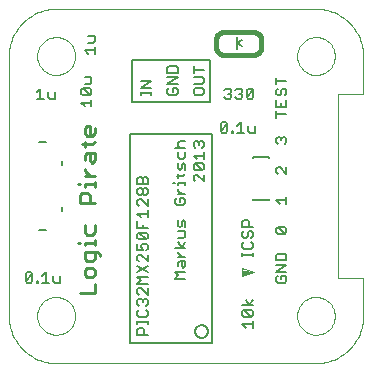
<source format=gto>
G75*
G70*
%OFA0B0*%
%FSLAX24Y24*%
%IPPOS*%
%LPD*%
%AMOC8*
5,1,8,0,0,1.08239X$1,22.5*
%
%ADD10C,0.0060*%
%ADD11C,0.0039*%
%ADD12C,0.0160*%
%ADD13C,0.0090*%
%ADD14C,0.0000*%
%ADD15C,0.0050*%
%ADD16C,0.0080*%
D10*
X009460Y011156D02*
X012187Y011156D01*
X012187Y018106D01*
X009460Y018106D01*
X009460Y011156D01*
X009703Y011406D02*
X009703Y011576D01*
X009760Y011633D01*
X009873Y011633D01*
X009930Y011576D01*
X009930Y011406D01*
X010044Y011406D02*
X009703Y011406D01*
X009703Y011775D02*
X009703Y011888D01*
X009703Y011831D02*
X010044Y011831D01*
X010044Y011775D02*
X010044Y011888D01*
X009987Y012020D02*
X009760Y012020D01*
X009703Y012077D01*
X009703Y012190D01*
X009760Y012247D01*
X009760Y012388D02*
X009703Y012445D01*
X009703Y012559D01*
X009760Y012615D01*
X009817Y012615D01*
X009873Y012559D01*
X009930Y012615D01*
X009987Y012615D01*
X010044Y012559D01*
X010044Y012445D01*
X009987Y012388D01*
X009987Y012247D02*
X010044Y012190D01*
X010044Y012077D01*
X009987Y012020D01*
X009873Y012502D02*
X009873Y012559D01*
X009760Y012757D02*
X009703Y012813D01*
X009703Y012927D01*
X009760Y012984D01*
X009817Y012984D01*
X010044Y012757D01*
X010044Y012984D01*
X010044Y013125D02*
X009703Y013125D01*
X009817Y013238D01*
X009703Y013352D01*
X010044Y013352D01*
X010044Y013493D02*
X009703Y013720D01*
X009760Y013862D02*
X009703Y013918D01*
X009703Y014032D01*
X009760Y014089D01*
X009817Y014089D01*
X010044Y013862D01*
X010044Y014089D01*
X009987Y014230D02*
X010044Y014287D01*
X010044Y014400D01*
X009987Y014457D01*
X009873Y014457D01*
X009817Y014400D01*
X009817Y014343D01*
X009873Y014230D01*
X009703Y014230D01*
X009703Y014457D01*
X009760Y014598D02*
X009703Y014655D01*
X009703Y014768D01*
X009760Y014825D01*
X009987Y014598D01*
X010044Y014655D01*
X010044Y014768D01*
X009987Y014825D01*
X009760Y014825D01*
X009703Y014967D02*
X009703Y015193D01*
X009817Y015335D02*
X009703Y015448D01*
X010044Y015448D01*
X010044Y015335D02*
X010044Y015562D01*
X010044Y015703D02*
X009817Y015930D01*
X009760Y015930D01*
X009703Y015873D01*
X009703Y015760D01*
X009760Y015703D01*
X010044Y015703D02*
X010044Y015930D01*
X009987Y016072D02*
X009930Y016072D01*
X009873Y016128D01*
X009873Y016242D01*
X009930Y016298D01*
X009987Y016298D01*
X010044Y016242D01*
X010044Y016128D01*
X009987Y016072D01*
X009873Y016128D02*
X009817Y016072D01*
X009760Y016072D01*
X009703Y016128D01*
X009703Y016242D01*
X009760Y016298D01*
X009817Y016298D01*
X009873Y016242D01*
X009873Y016440D02*
X009873Y016610D01*
X009930Y016667D01*
X009987Y016667D01*
X010044Y016610D01*
X010044Y016440D01*
X009703Y016440D01*
X009703Y016610D01*
X009760Y016667D01*
X009817Y016667D01*
X009873Y016610D01*
X010897Y016469D02*
X010953Y016469D01*
X011067Y016469D02*
X011294Y016469D01*
X011294Y016525D02*
X011294Y016412D01*
X011067Y016412D02*
X011067Y016469D01*
X011067Y016657D02*
X011067Y016771D01*
X011010Y016714D02*
X011237Y016714D01*
X011294Y016771D01*
X011294Y016903D02*
X011294Y017073D01*
X011237Y017130D01*
X011180Y017073D01*
X011180Y016960D01*
X011123Y016903D01*
X011067Y016960D01*
X011067Y017130D01*
X011123Y017271D02*
X011067Y017328D01*
X011067Y017498D01*
X011123Y017640D02*
X011067Y017696D01*
X011067Y017810D01*
X011123Y017866D01*
X011294Y017866D01*
X011294Y017640D02*
X010953Y017640D01*
X011294Y017498D02*
X011294Y017328D01*
X011237Y017271D01*
X011123Y017271D01*
X011578Y017381D02*
X011919Y017381D01*
X011919Y017268D02*
X011919Y017495D01*
X011862Y017636D02*
X011919Y017693D01*
X011919Y017806D01*
X011862Y017863D01*
X011805Y017863D01*
X011748Y017806D01*
X011748Y017750D01*
X011748Y017806D02*
X011692Y017863D01*
X011635Y017863D01*
X011578Y017806D01*
X011578Y017693D01*
X011635Y017636D01*
X011578Y017381D02*
X011692Y017268D01*
X011635Y017126D02*
X011578Y017070D01*
X011578Y016956D01*
X011635Y016900D01*
X011862Y016900D01*
X011635Y017126D01*
X011862Y017126D01*
X011919Y017070D01*
X011919Y016956D01*
X011862Y016900D01*
X011919Y016758D02*
X011919Y016531D01*
X011692Y016758D01*
X011635Y016758D01*
X011578Y016701D01*
X011578Y016588D01*
X011635Y016531D01*
X011294Y016105D02*
X011067Y016105D01*
X011180Y016105D02*
X011067Y016218D01*
X011067Y016275D01*
X011123Y015964D02*
X011123Y015850D01*
X011123Y015964D02*
X011237Y015964D01*
X011294Y015907D01*
X011294Y015793D01*
X011237Y015737D01*
X011010Y015737D01*
X010953Y015793D01*
X010953Y015907D01*
X011010Y015964D01*
X011067Y015227D02*
X011067Y015057D01*
X011123Y015000D01*
X011180Y015057D01*
X011180Y015170D01*
X011237Y015227D01*
X011294Y015170D01*
X011294Y015000D01*
X011294Y014859D02*
X011067Y014859D01*
X011294Y014859D02*
X011294Y014688D01*
X011237Y014632D01*
X011067Y014632D01*
X011067Y014495D02*
X011180Y014325D01*
X011294Y014495D01*
X011294Y014325D02*
X010953Y014325D01*
X011067Y014188D02*
X011067Y014131D01*
X011180Y014018D01*
X011067Y014018D02*
X011294Y014018D01*
X011294Y013876D02*
X011294Y013706D01*
X011237Y013650D01*
X011180Y013706D01*
X011180Y013876D01*
X011123Y013876D02*
X011294Y013876D01*
X011123Y013876D02*
X011067Y013820D01*
X011067Y013706D01*
X010953Y013508D02*
X011294Y013508D01*
X011294Y013281D02*
X010953Y013281D01*
X011067Y013395D01*
X010953Y013508D01*
X010044Y013720D02*
X009703Y013493D01*
X009760Y014598D02*
X009987Y014598D01*
X010044Y014967D02*
X009703Y014967D01*
X009873Y014967D02*
X009873Y015080D01*
X007196Y015530D02*
X007196Y015687D01*
X006664Y014900D02*
X006428Y014900D01*
X006645Y013497D02*
X006645Y013156D01*
X006758Y013156D02*
X006531Y013156D01*
X006404Y013156D02*
X006404Y013213D01*
X006347Y013213D01*
X006347Y013156D01*
X006404Y013156D01*
X006205Y013213D02*
X006149Y013156D01*
X006035Y013156D01*
X005979Y013213D01*
X006205Y013440D01*
X006205Y013213D01*
X005979Y013213D02*
X005979Y013440D01*
X006035Y013497D01*
X006149Y013497D01*
X006205Y013440D01*
X006531Y013383D02*
X006645Y013497D01*
X006899Y013383D02*
X006899Y013213D01*
X006956Y013156D01*
X007126Y013156D01*
X007126Y013383D01*
X007196Y017065D02*
X007196Y017223D01*
X006664Y017853D02*
X006428Y017853D01*
X006467Y019281D02*
X006467Y019622D01*
X006354Y019508D01*
X006354Y019281D02*
X006580Y019281D01*
X006722Y019338D02*
X006779Y019281D01*
X006949Y019281D01*
X006949Y019508D01*
X006722Y019508D02*
X006722Y019338D01*
X007828Y019456D02*
X007828Y019570D01*
X007885Y019626D01*
X008112Y019400D01*
X008169Y019456D01*
X008169Y019570D01*
X008112Y019626D01*
X007885Y019626D01*
X007942Y019768D02*
X008112Y019768D01*
X008169Y019825D01*
X008169Y019995D01*
X007942Y019995D01*
X007828Y019456D02*
X007885Y019400D01*
X008112Y019400D01*
X008169Y019258D02*
X008169Y019031D01*
X008169Y019145D02*
X007828Y019145D01*
X007942Y019031D01*
X009533Y019176D02*
X009533Y020576D01*
X012114Y020576D01*
X012114Y019176D01*
X009533Y019176D01*
X009828Y019406D02*
X009828Y019520D01*
X009828Y019463D02*
X010169Y019463D01*
X010169Y019406D02*
X010169Y019520D01*
X010169Y019652D02*
X009828Y019652D01*
X010169Y019879D01*
X009828Y019879D01*
X010703Y019775D02*
X011044Y020001D01*
X010703Y020001D01*
X010703Y020143D02*
X010703Y020313D01*
X010760Y020370D01*
X010987Y020370D01*
X011044Y020313D01*
X011044Y020143D01*
X010703Y020143D01*
X010703Y019775D02*
X011044Y019775D01*
X010987Y019633D02*
X010873Y019633D01*
X010873Y019520D01*
X010760Y019633D02*
X010703Y019576D01*
X010703Y019463D01*
X010760Y019406D01*
X010987Y019406D01*
X011044Y019463D01*
X011044Y019576D01*
X010987Y019633D01*
X011578Y019576D02*
X011635Y019633D01*
X011862Y019633D01*
X011919Y019576D01*
X011919Y019463D01*
X011862Y019406D01*
X011635Y019406D01*
X011578Y019463D01*
X011578Y019576D01*
X011578Y019775D02*
X011862Y019775D01*
X011919Y019831D01*
X011919Y019945D01*
X011862Y020001D01*
X011578Y020001D01*
X011578Y020143D02*
X011578Y020370D01*
X011578Y020256D02*
X011919Y020256D01*
X012604Y019565D02*
X012660Y019622D01*
X012774Y019622D01*
X012830Y019565D01*
X012830Y019508D01*
X012774Y019451D01*
X012830Y019395D01*
X012830Y019338D01*
X012774Y019281D01*
X012660Y019281D01*
X012604Y019338D01*
X012717Y019451D02*
X012774Y019451D01*
X012972Y019338D02*
X013029Y019281D01*
X013142Y019281D01*
X013199Y019338D01*
X013199Y019395D01*
X013142Y019451D01*
X013085Y019451D01*
X013142Y019451D02*
X013199Y019508D01*
X013199Y019565D01*
X013142Y019622D01*
X013029Y019622D01*
X012972Y019565D01*
X013340Y019565D02*
X013397Y019622D01*
X013510Y019622D01*
X013567Y019565D01*
X013340Y019338D01*
X013397Y019281D01*
X013510Y019281D01*
X013567Y019338D01*
X013567Y019565D01*
X013340Y019565D02*
X013340Y019338D01*
X013145Y018497D02*
X013145Y018156D01*
X013258Y018156D02*
X013031Y018156D01*
X012904Y018156D02*
X012847Y018156D01*
X012847Y018213D01*
X012904Y018213D01*
X012904Y018156D01*
X012705Y018213D02*
X012705Y018440D01*
X012479Y018213D01*
X012535Y018156D01*
X012649Y018156D01*
X012705Y018213D01*
X012479Y018213D02*
X012479Y018440D01*
X012535Y018497D01*
X012649Y018497D01*
X012705Y018440D01*
X013031Y018383D02*
X013145Y018497D01*
X013399Y018383D02*
X013399Y018213D01*
X013456Y018156D01*
X013626Y018156D01*
X013626Y018383D01*
X014328Y018656D02*
X014328Y018883D01*
X014328Y018770D02*
X014669Y018770D01*
X014669Y019025D02*
X014328Y019025D01*
X014328Y019251D01*
X014385Y019393D02*
X014442Y019393D01*
X014498Y019450D01*
X014498Y019563D01*
X014555Y019620D01*
X014612Y019620D01*
X014669Y019563D01*
X014669Y019450D01*
X014612Y019393D01*
X014669Y019251D02*
X014669Y019025D01*
X014498Y019025D02*
X014498Y019138D01*
X014385Y019393D02*
X014328Y019450D01*
X014328Y019563D01*
X014385Y019620D01*
X014328Y019761D02*
X014328Y019988D01*
X014328Y019875D02*
X014669Y019875D01*
X014612Y018008D02*
X014669Y017951D01*
X014669Y017838D01*
X014612Y017781D01*
X014498Y017895D02*
X014498Y017951D01*
X014555Y018008D01*
X014612Y018008D01*
X014498Y017951D02*
X014442Y018008D01*
X014385Y018008D01*
X014328Y017951D01*
X014328Y017838D01*
X014385Y017781D01*
X014385Y017008D02*
X014328Y016951D01*
X014328Y016838D01*
X014385Y016781D01*
X014385Y017008D02*
X014442Y017008D01*
X014669Y016781D01*
X014669Y017008D01*
X014669Y016008D02*
X014669Y015781D01*
X014669Y015895D02*
X014328Y015895D01*
X014442Y015781D01*
X014385Y015008D02*
X014612Y014781D01*
X014669Y014838D01*
X014669Y014951D01*
X014612Y015008D01*
X014385Y015008D01*
X014328Y014951D01*
X014328Y014838D01*
X014385Y014781D01*
X014612Y014781D01*
X014612Y014120D02*
X014385Y014120D01*
X014328Y014063D01*
X014328Y013893D01*
X014669Y013893D01*
X014669Y014063D01*
X014612Y014120D01*
X014669Y013751D02*
X014328Y013751D01*
X014328Y013525D02*
X014669Y013751D01*
X014669Y013525D02*
X014328Y013525D01*
X014385Y013383D02*
X014328Y013326D01*
X014328Y013213D01*
X014385Y013156D01*
X014612Y013156D01*
X014669Y013213D01*
X014669Y013326D01*
X014612Y013383D01*
X014498Y013383D01*
X014498Y013270D01*
X013544Y012563D02*
X013430Y012393D01*
X013317Y012563D01*
X013203Y012393D02*
X013544Y012393D01*
X013487Y012251D02*
X013260Y012251D01*
X013487Y012025D01*
X013544Y012081D01*
X013544Y012195D01*
X013487Y012251D01*
X013487Y012025D02*
X013260Y012025D01*
X013203Y012081D01*
X013203Y012195D01*
X013260Y012251D01*
X013544Y011883D02*
X013544Y011656D01*
X013544Y011770D02*
X013203Y011770D01*
X013317Y011656D01*
X011630Y011526D02*
X011632Y011555D01*
X011638Y011583D01*
X011647Y011610D01*
X011661Y011635D01*
X011677Y011659D01*
X011697Y011679D01*
X011719Y011698D01*
X011743Y011712D01*
X011770Y011724D01*
X011797Y011732D01*
X011826Y011736D01*
X011854Y011736D01*
X011883Y011732D01*
X011910Y011724D01*
X011937Y011712D01*
X011961Y011698D01*
X011983Y011679D01*
X012003Y011659D01*
X012019Y011635D01*
X012033Y011610D01*
X012042Y011583D01*
X012048Y011555D01*
X012050Y011526D01*
X012048Y011497D01*
X012042Y011469D01*
X012033Y011442D01*
X012019Y011417D01*
X012003Y011393D01*
X011983Y011373D01*
X011961Y011354D01*
X011937Y011340D01*
X011910Y011328D01*
X011883Y011320D01*
X011854Y011316D01*
X011826Y011316D01*
X011797Y011320D01*
X011770Y011328D01*
X011743Y011340D01*
X011719Y011354D01*
X011697Y011373D01*
X011677Y011393D01*
X011661Y011417D01*
X011647Y011442D01*
X011638Y011469D01*
X011632Y011497D01*
X011630Y011526D01*
X013203Y014031D02*
X013203Y014145D01*
X013203Y014088D02*
X013544Y014088D01*
X013544Y014031D02*
X013544Y014145D01*
X013487Y014277D02*
X013544Y014334D01*
X013544Y014447D01*
X013487Y014504D01*
X013487Y014645D02*
X013544Y014702D01*
X013544Y014815D01*
X013487Y014872D01*
X013430Y014872D01*
X013373Y014815D01*
X013373Y014702D01*
X013317Y014645D01*
X013260Y014645D01*
X013203Y014702D01*
X013203Y014815D01*
X013260Y014872D01*
X013203Y015013D02*
X013203Y015184D01*
X013260Y015240D01*
X013373Y015240D01*
X013430Y015184D01*
X013430Y015013D01*
X013544Y015013D02*
X013203Y015013D01*
X013260Y014504D02*
X013203Y014447D01*
X013203Y014334D01*
X013260Y014277D01*
X013487Y014277D01*
X008294Y020781D02*
X008294Y021008D01*
X008294Y020895D02*
X007953Y020895D01*
X008067Y020781D01*
X008067Y021150D02*
X008237Y021150D01*
X008294Y021206D01*
X008294Y021376D01*
X008067Y021376D01*
D11*
X013199Y013626D02*
X013574Y013501D01*
X013199Y013376D01*
X013199Y013626D01*
X013199Y013595D02*
X013292Y013595D01*
X013199Y013557D02*
X013405Y013557D01*
X013401Y013444D02*
X013199Y013444D01*
X013199Y013482D02*
X013515Y013482D01*
X013519Y013519D02*
X013199Y013519D01*
X013199Y013406D02*
X013288Y013406D01*
D12*
X013574Y020751D02*
X012574Y020751D01*
X012544Y020753D01*
X012514Y020758D01*
X012485Y020767D01*
X012458Y020780D01*
X012432Y020795D01*
X012408Y020814D01*
X012387Y020835D01*
X012368Y020859D01*
X012353Y020885D01*
X012340Y020912D01*
X012331Y020941D01*
X012326Y020971D01*
X012324Y021001D01*
X012324Y021251D01*
X012326Y021281D01*
X012331Y021311D01*
X012340Y021340D01*
X012353Y021367D01*
X012368Y021393D01*
X012387Y021417D01*
X012408Y021438D01*
X012432Y021457D01*
X012458Y021472D01*
X012485Y021485D01*
X012514Y021494D01*
X012544Y021499D01*
X012574Y021501D01*
X013574Y021501D01*
X013604Y021499D01*
X013634Y021494D01*
X013663Y021485D01*
X013690Y021472D01*
X013716Y021457D01*
X013740Y021438D01*
X013761Y021417D01*
X013780Y021393D01*
X013795Y021367D01*
X013808Y021340D01*
X013817Y021311D01*
X013822Y021281D01*
X013824Y021251D01*
X013824Y021001D01*
X013822Y020971D01*
X013817Y020941D01*
X013808Y020912D01*
X013795Y020885D01*
X013780Y020859D01*
X013761Y020835D01*
X013740Y020814D01*
X013716Y020795D01*
X013690Y020780D01*
X013663Y020767D01*
X013634Y020758D01*
X013604Y020753D01*
X013574Y020751D01*
D13*
X008279Y018293D02*
X008279Y018130D01*
X008197Y018048D01*
X008033Y018048D01*
X007952Y018130D01*
X007952Y018293D01*
X008033Y018375D01*
X008115Y018375D01*
X008115Y018048D01*
X007952Y017855D02*
X007952Y017692D01*
X007870Y017774D02*
X008197Y017774D01*
X008279Y017855D01*
X008279Y017485D02*
X008033Y017485D01*
X007952Y017403D01*
X007952Y017239D01*
X008115Y017239D02*
X008115Y017485D01*
X008279Y017485D02*
X008279Y017239D01*
X008197Y017158D01*
X008115Y017239D01*
X007952Y016958D02*
X007952Y016876D01*
X008115Y016713D01*
X007952Y016713D02*
X008279Y016713D01*
X008279Y016520D02*
X008279Y016357D01*
X008279Y016438D02*
X007952Y016438D01*
X007952Y016357D01*
X007788Y016438D02*
X007706Y016438D01*
X007870Y016150D02*
X008033Y016150D01*
X008115Y016068D01*
X008115Y015823D01*
X008279Y015823D02*
X007788Y015823D01*
X007788Y016068D01*
X007870Y016150D01*
X007952Y015081D02*
X007952Y014836D01*
X008033Y014754D01*
X008197Y014754D01*
X008279Y014836D01*
X008279Y015081D01*
X008279Y014562D02*
X008279Y014398D01*
X008279Y014480D02*
X007952Y014480D01*
X007952Y014398D01*
X007788Y014480D02*
X007706Y014480D01*
X007952Y014191D02*
X007952Y013946D01*
X008033Y013864D01*
X008197Y013864D01*
X008279Y013946D01*
X008279Y014191D01*
X008360Y014191D02*
X007952Y014191D01*
X008360Y014191D02*
X008442Y014110D01*
X008442Y014028D01*
X008197Y013657D02*
X008033Y013657D01*
X007952Y013576D01*
X007952Y013412D01*
X008033Y013330D01*
X008197Y013330D01*
X008279Y013412D01*
X008279Y013576D01*
X008197Y013657D01*
X008279Y013123D02*
X008279Y012796D01*
X007788Y012796D01*
D14*
X006993Y010471D02*
X015654Y010471D01*
X015024Y012046D02*
X015026Y012096D01*
X015032Y012146D01*
X015042Y012195D01*
X015056Y012243D01*
X015073Y012290D01*
X015094Y012335D01*
X015119Y012379D01*
X015147Y012420D01*
X015179Y012459D01*
X015213Y012496D01*
X015250Y012530D01*
X015290Y012560D01*
X015332Y012587D01*
X015376Y012611D01*
X015422Y012632D01*
X015469Y012648D01*
X015517Y012661D01*
X015567Y012670D01*
X015616Y012675D01*
X015667Y012676D01*
X015717Y012673D01*
X015766Y012666D01*
X015815Y012655D01*
X015863Y012640D01*
X015909Y012622D01*
X015954Y012600D01*
X015997Y012574D01*
X016038Y012545D01*
X016077Y012513D01*
X016113Y012478D01*
X016145Y012440D01*
X016175Y012400D01*
X016202Y012357D01*
X016225Y012313D01*
X016244Y012267D01*
X016260Y012219D01*
X016272Y012170D01*
X016280Y012121D01*
X016284Y012071D01*
X016284Y012021D01*
X016280Y011971D01*
X016272Y011922D01*
X016260Y011873D01*
X016244Y011825D01*
X016225Y011779D01*
X016202Y011735D01*
X016175Y011692D01*
X016145Y011652D01*
X016113Y011614D01*
X016077Y011579D01*
X016038Y011547D01*
X015997Y011518D01*
X015954Y011492D01*
X015909Y011470D01*
X015863Y011452D01*
X015815Y011437D01*
X015766Y011426D01*
X015717Y011419D01*
X015667Y011416D01*
X015616Y011417D01*
X015567Y011422D01*
X015517Y011431D01*
X015469Y011444D01*
X015422Y011460D01*
X015376Y011481D01*
X015332Y011505D01*
X015290Y011532D01*
X015250Y011562D01*
X015213Y011596D01*
X015179Y011633D01*
X015147Y011672D01*
X015119Y011713D01*
X015094Y011757D01*
X015073Y011802D01*
X015056Y011849D01*
X015042Y011897D01*
X015032Y011946D01*
X015026Y011996D01*
X015024Y012046D01*
X015654Y010471D02*
X015731Y010473D01*
X015808Y010479D01*
X015885Y010488D01*
X015961Y010501D01*
X016037Y010518D01*
X016111Y010539D01*
X016185Y010563D01*
X016257Y010591D01*
X016327Y010622D01*
X016396Y010657D01*
X016464Y010695D01*
X016529Y010736D01*
X016592Y010781D01*
X016653Y010829D01*
X016712Y010879D01*
X016768Y010932D01*
X016821Y010988D01*
X016871Y011047D01*
X016919Y011108D01*
X016964Y011171D01*
X017005Y011236D01*
X017043Y011304D01*
X017078Y011373D01*
X017109Y011443D01*
X017137Y011515D01*
X017161Y011589D01*
X017182Y011663D01*
X017199Y011739D01*
X017212Y011815D01*
X017221Y011892D01*
X017227Y011969D01*
X017229Y012046D01*
X017229Y013305D01*
X016404Y013305D01*
X016404Y019447D01*
X017229Y019447D01*
X017229Y020707D01*
X015024Y020707D02*
X015026Y020757D01*
X015032Y020807D01*
X015042Y020856D01*
X015056Y020904D01*
X015073Y020951D01*
X015094Y020996D01*
X015119Y021040D01*
X015147Y021081D01*
X015179Y021120D01*
X015213Y021157D01*
X015250Y021191D01*
X015290Y021221D01*
X015332Y021248D01*
X015376Y021272D01*
X015422Y021293D01*
X015469Y021309D01*
X015517Y021322D01*
X015567Y021331D01*
X015616Y021336D01*
X015667Y021337D01*
X015717Y021334D01*
X015766Y021327D01*
X015815Y021316D01*
X015863Y021301D01*
X015909Y021283D01*
X015954Y021261D01*
X015997Y021235D01*
X016038Y021206D01*
X016077Y021174D01*
X016113Y021139D01*
X016145Y021101D01*
X016175Y021061D01*
X016202Y021018D01*
X016225Y020974D01*
X016244Y020928D01*
X016260Y020880D01*
X016272Y020831D01*
X016280Y020782D01*
X016284Y020732D01*
X016284Y020682D01*
X016280Y020632D01*
X016272Y020583D01*
X016260Y020534D01*
X016244Y020486D01*
X016225Y020440D01*
X016202Y020396D01*
X016175Y020353D01*
X016145Y020313D01*
X016113Y020275D01*
X016077Y020240D01*
X016038Y020208D01*
X015997Y020179D01*
X015954Y020153D01*
X015909Y020131D01*
X015863Y020113D01*
X015815Y020098D01*
X015766Y020087D01*
X015717Y020080D01*
X015667Y020077D01*
X015616Y020078D01*
X015567Y020083D01*
X015517Y020092D01*
X015469Y020105D01*
X015422Y020121D01*
X015376Y020142D01*
X015332Y020166D01*
X015290Y020193D01*
X015250Y020223D01*
X015213Y020257D01*
X015179Y020294D01*
X015147Y020333D01*
X015119Y020374D01*
X015094Y020418D01*
X015073Y020463D01*
X015056Y020510D01*
X015042Y020558D01*
X015032Y020607D01*
X015026Y020657D01*
X015024Y020707D01*
X015654Y022282D02*
X015731Y022280D01*
X015808Y022274D01*
X015885Y022265D01*
X015961Y022252D01*
X016037Y022235D01*
X016111Y022214D01*
X016185Y022190D01*
X016257Y022162D01*
X016327Y022131D01*
X016396Y022096D01*
X016464Y022058D01*
X016529Y022017D01*
X016592Y021972D01*
X016653Y021924D01*
X016712Y021874D01*
X016768Y021821D01*
X016821Y021765D01*
X016871Y021706D01*
X016919Y021645D01*
X016964Y021582D01*
X017005Y021517D01*
X017043Y021449D01*
X017078Y021380D01*
X017109Y021310D01*
X017137Y021238D01*
X017161Y021164D01*
X017182Y021090D01*
X017199Y021014D01*
X017212Y020938D01*
X017221Y020861D01*
X017227Y020784D01*
X017229Y020707D01*
X015654Y022282D02*
X006993Y022282D01*
X006363Y020707D02*
X006365Y020757D01*
X006371Y020807D01*
X006381Y020856D01*
X006395Y020904D01*
X006412Y020951D01*
X006433Y020996D01*
X006458Y021040D01*
X006486Y021081D01*
X006518Y021120D01*
X006552Y021157D01*
X006589Y021191D01*
X006629Y021221D01*
X006671Y021248D01*
X006715Y021272D01*
X006761Y021293D01*
X006808Y021309D01*
X006856Y021322D01*
X006906Y021331D01*
X006955Y021336D01*
X007006Y021337D01*
X007056Y021334D01*
X007105Y021327D01*
X007154Y021316D01*
X007202Y021301D01*
X007248Y021283D01*
X007293Y021261D01*
X007336Y021235D01*
X007377Y021206D01*
X007416Y021174D01*
X007452Y021139D01*
X007484Y021101D01*
X007514Y021061D01*
X007541Y021018D01*
X007564Y020974D01*
X007583Y020928D01*
X007599Y020880D01*
X007611Y020831D01*
X007619Y020782D01*
X007623Y020732D01*
X007623Y020682D01*
X007619Y020632D01*
X007611Y020583D01*
X007599Y020534D01*
X007583Y020486D01*
X007564Y020440D01*
X007541Y020396D01*
X007514Y020353D01*
X007484Y020313D01*
X007452Y020275D01*
X007416Y020240D01*
X007377Y020208D01*
X007336Y020179D01*
X007293Y020153D01*
X007248Y020131D01*
X007202Y020113D01*
X007154Y020098D01*
X007105Y020087D01*
X007056Y020080D01*
X007006Y020077D01*
X006955Y020078D01*
X006906Y020083D01*
X006856Y020092D01*
X006808Y020105D01*
X006761Y020121D01*
X006715Y020142D01*
X006671Y020166D01*
X006629Y020193D01*
X006589Y020223D01*
X006552Y020257D01*
X006518Y020294D01*
X006486Y020333D01*
X006458Y020374D01*
X006433Y020418D01*
X006412Y020463D01*
X006395Y020510D01*
X006381Y020558D01*
X006371Y020607D01*
X006365Y020657D01*
X006363Y020707D01*
X005418Y020707D02*
X005420Y020784D01*
X005426Y020861D01*
X005435Y020938D01*
X005448Y021014D01*
X005465Y021090D01*
X005486Y021164D01*
X005510Y021238D01*
X005538Y021310D01*
X005569Y021380D01*
X005604Y021449D01*
X005642Y021517D01*
X005683Y021582D01*
X005728Y021645D01*
X005776Y021706D01*
X005826Y021765D01*
X005879Y021821D01*
X005935Y021874D01*
X005994Y021924D01*
X006055Y021972D01*
X006118Y022017D01*
X006183Y022058D01*
X006251Y022096D01*
X006320Y022131D01*
X006390Y022162D01*
X006462Y022190D01*
X006536Y022214D01*
X006610Y022235D01*
X006686Y022252D01*
X006762Y022265D01*
X006839Y022274D01*
X006916Y022280D01*
X006993Y022282D01*
X005418Y020707D02*
X005418Y012046D01*
X006363Y012046D02*
X006365Y012096D01*
X006371Y012146D01*
X006381Y012195D01*
X006395Y012243D01*
X006412Y012290D01*
X006433Y012335D01*
X006458Y012379D01*
X006486Y012420D01*
X006518Y012459D01*
X006552Y012496D01*
X006589Y012530D01*
X006629Y012560D01*
X006671Y012587D01*
X006715Y012611D01*
X006761Y012632D01*
X006808Y012648D01*
X006856Y012661D01*
X006906Y012670D01*
X006955Y012675D01*
X007006Y012676D01*
X007056Y012673D01*
X007105Y012666D01*
X007154Y012655D01*
X007202Y012640D01*
X007248Y012622D01*
X007293Y012600D01*
X007336Y012574D01*
X007377Y012545D01*
X007416Y012513D01*
X007452Y012478D01*
X007484Y012440D01*
X007514Y012400D01*
X007541Y012357D01*
X007564Y012313D01*
X007583Y012267D01*
X007599Y012219D01*
X007611Y012170D01*
X007619Y012121D01*
X007623Y012071D01*
X007623Y012021D01*
X007619Y011971D01*
X007611Y011922D01*
X007599Y011873D01*
X007583Y011825D01*
X007564Y011779D01*
X007541Y011735D01*
X007514Y011692D01*
X007484Y011652D01*
X007452Y011614D01*
X007416Y011579D01*
X007377Y011547D01*
X007336Y011518D01*
X007293Y011492D01*
X007248Y011470D01*
X007202Y011452D01*
X007154Y011437D01*
X007105Y011426D01*
X007056Y011419D01*
X007006Y011416D01*
X006955Y011417D01*
X006906Y011422D01*
X006856Y011431D01*
X006808Y011444D01*
X006761Y011460D01*
X006715Y011481D01*
X006671Y011505D01*
X006629Y011532D01*
X006589Y011562D01*
X006552Y011596D01*
X006518Y011633D01*
X006486Y011672D01*
X006458Y011713D01*
X006433Y011757D01*
X006412Y011802D01*
X006395Y011849D01*
X006381Y011897D01*
X006371Y011946D01*
X006365Y011996D01*
X006363Y012046D01*
X005418Y012046D02*
X005420Y011969D01*
X005426Y011892D01*
X005435Y011815D01*
X005448Y011739D01*
X005465Y011663D01*
X005486Y011589D01*
X005510Y011515D01*
X005538Y011443D01*
X005569Y011373D01*
X005604Y011304D01*
X005642Y011236D01*
X005683Y011171D01*
X005728Y011108D01*
X005776Y011047D01*
X005826Y010988D01*
X005879Y010932D01*
X005935Y010879D01*
X005994Y010829D01*
X006055Y010781D01*
X006118Y010736D01*
X006183Y010695D01*
X006251Y010657D01*
X006320Y010622D01*
X006390Y010591D01*
X006462Y010563D01*
X006536Y010539D01*
X006610Y010518D01*
X006686Y010501D01*
X006762Y010488D01*
X006839Y010479D01*
X006916Y010473D01*
X006993Y010471D01*
D15*
X013024Y020926D02*
X013024Y021126D01*
X013174Y021026D01*
X013024Y021126D02*
X013174Y021226D01*
X013024Y021126D02*
X013024Y021326D01*
D16*
X013568Y017335D02*
X014080Y017335D01*
X014080Y017296D01*
X013568Y017296D02*
X013568Y017335D01*
X013568Y015957D02*
X013568Y015898D01*
X014080Y015898D01*
X014080Y015957D01*
M02*

</source>
